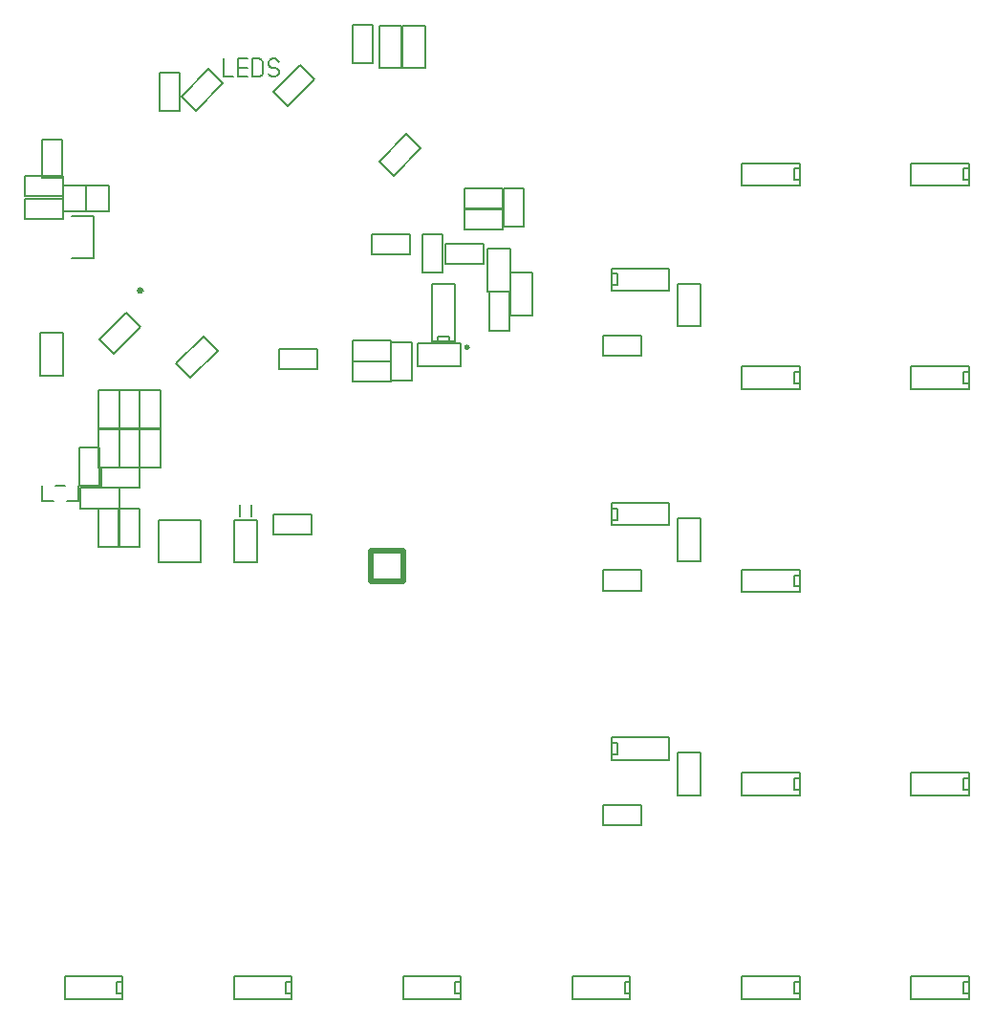
<source format=gbr>
%FSLAX34Y34*%
%MOMM*%
%LNSILK_TOP*%
G71*
G01*
%ADD10C, 0.150*%
%ADD11C, 0.100*%
%ADD12C, 0.200*%
%ADD13C, 0.000*%
%ADD14C, 0.500*%
%LPD*%
G54D10*
X76688Y816984D02*
X96688Y816984D01*
X96688Y778984D01*
X76688Y778984D01*
G54D11*
G75*
G01X139994Y750656D02*
G03X139994Y750656I-2500J0D01*
G01*
G36*
G75*
G01X139994Y750656D02*
G03X139994Y750656I-2500J0D01*
G01*
G37*
X139994Y750656D01*
G54D10*
X342325Y782750D02*
X342325Y800750D01*
X376325Y800750D01*
X376325Y782750D01*
X342325Y782750D01*
G54D10*
X458941Y822909D02*
X458941Y804909D01*
X424941Y804909D01*
X424941Y822909D01*
X458941Y822909D01*
G54D10*
X458941Y841165D02*
X458941Y823165D01*
X424941Y823165D01*
X424941Y841165D01*
X458941Y841165D01*
G54D10*
X373316Y889112D02*
X386044Y876384D01*
X362002Y852343D01*
X349274Y865070D01*
X373316Y889112D01*
G54D10*
X260635Y681084D02*
X260635Y699084D01*
X294635Y699084D01*
X294635Y681084D01*
X260635Y681084D01*
G54D10*
X396444Y705284D02*
X416444Y705284D01*
X416443Y756384D01*
X396444Y756384D01*
X396444Y705284D01*
G54D10*
X401444Y705284D02*
X411444Y705284D01*
X411444Y710284D01*
X401444Y710284D01*
X401444Y705284D01*
G54D12*
X211308Y955957D02*
X211308Y939957D01*
X219708Y939957D01*
G54D12*
X232508Y939957D02*
X224108Y939957D01*
X224108Y955957D01*
X232508Y955957D01*
G54D12*
X224108Y947957D02*
X232508Y947957D01*
G54D12*
X236908Y939957D02*
X236908Y955957D01*
X242908Y955957D01*
X245308Y954957D01*
X246508Y952957D01*
X246508Y942957D01*
X245308Y940957D01*
X242908Y939957D01*
X236908Y939957D01*
G54D12*
X250908Y942957D02*
X252108Y940957D01*
X254508Y939957D01*
X256908Y939957D01*
X259308Y940957D01*
X260508Y942957D01*
X260508Y944957D01*
X259308Y946957D01*
X256908Y947957D01*
X254508Y947957D01*
X252108Y948957D01*
X250908Y950957D01*
X250908Y952957D01*
X252108Y954957D01*
X254508Y955957D01*
X256908Y955957D01*
X259308Y954957D01*
X260508Y952957D01*
G54D10*
X154898Y943395D02*
X172898Y943395D01*
X172898Y909395D01*
X154898Y909395D01*
X154898Y943395D01*
G54D10*
X279252Y950337D02*
X291980Y937609D01*
X267938Y913567D01*
X255210Y926295D01*
X279252Y950337D01*
G54D10*
X198288Y946765D02*
X211016Y934037D01*
X186975Y909996D01*
X174247Y922724D01*
X198288Y946765D01*
G54D10*
X169491Y686080D02*
X182218Y673352D01*
X206260Y697394D01*
X193532Y710122D01*
X169491Y686080D01*
G54D10*
X50568Y577560D02*
X50568Y564560D01*
X60568Y564560D01*
G54D10*
X70568Y577560D02*
X62568Y577560D01*
G54D10*
X441724Y792183D02*
X441724Y774183D01*
X407724Y774183D01*
X407724Y792183D01*
X441724Y792183D01*
G54D10*
X360006Y706182D02*
X360006Y688182D01*
X326006Y688182D01*
X326006Y706182D01*
X360006Y706182D01*
G54D10*
X464912Y715290D02*
X446912Y715290D01*
X446912Y749290D01*
X464912Y749290D01*
X464912Y715290D01*
G54D10*
X445148Y787682D02*
X465148Y787682D01*
X465148Y749682D01*
X445148Y749682D01*
X445148Y787682D01*
G54D10*
X421474Y703721D02*
X421474Y683721D01*
X383474Y683721D01*
X383474Y703721D01*
X421474Y703721D01*
G54D10*
X465355Y766185D02*
X485355Y766185D01*
X485355Y728185D01*
X465355Y728185D01*
X465355Y766185D01*
G54D10*
X360006Y687926D02*
X360006Y669926D01*
X326006Y669926D01*
X326006Y687926D01*
X360006Y687926D01*
G54D10*
X477465Y840897D02*
X459466Y840896D01*
X459465Y806897D01*
X477466Y806896D01*
X477465Y840897D01*
G54D10*
X289362Y552354D02*
X289362Y534354D01*
X255362Y534354D01*
X255362Y552354D01*
X289362Y552354D01*
G54D10*
X325451Y985692D02*
X343451Y985692D01*
X343451Y951693D01*
X325451Y951692D01*
X325451Y985692D01*
G54D10*
X137988Y718699D02*
X125261Y731427D01*
X101220Y707386D01*
X113947Y694658D01*
X137988Y718699D01*
G54D10*
X83452Y577526D02*
X101452Y577526D01*
X101452Y611526D01*
X83452Y611526D01*
X83452Y577526D01*
G54D10*
X82574Y577554D02*
X82574Y564554D01*
X72574Y564554D01*
G54D10*
X35063Y813916D02*
X35063Y831916D01*
X69063Y831916D01*
X69063Y813916D01*
X35063Y813916D01*
G54D10*
X721728Y123477D02*
X721728Y143478D01*
X670628Y143477D01*
X670627Y123477D01*
X721728Y123477D01*
G54D10*
X721728Y128477D02*
X721728Y138477D01*
X716728Y138478D01*
X716728Y128477D01*
X721728Y128477D01*
G54D10*
X271728Y123477D02*
X271728Y143478D01*
X220628Y143477D01*
X220627Y123477D01*
X271728Y123477D01*
G54D10*
X271728Y128477D02*
X271728Y138477D01*
X266728Y138478D01*
X266728Y128477D01*
X271728Y128477D01*
G54D10*
X421728Y123477D02*
X421728Y143478D01*
X370628Y143477D01*
X370627Y123477D01*
X421728Y123477D01*
G54D10*
X421728Y128477D02*
X421728Y138477D01*
X416728Y138478D01*
X416728Y128477D01*
X421728Y128477D01*
G54D10*
X871727Y123477D02*
X871727Y143478D01*
X820628Y143477D01*
X820628Y123477D01*
X871727Y123477D01*
G54D10*
X871727Y128477D02*
X871727Y138477D01*
X866727Y138478D01*
X866727Y128477D01*
X871727Y128477D01*
G54D10*
X571728Y123477D02*
X571728Y143478D01*
X520628Y143477D01*
X520627Y123477D01*
X571728Y123477D01*
G54D10*
X571728Y128477D02*
X571728Y138477D01*
X566728Y138478D01*
X566728Y128477D01*
X571728Y128477D01*
G54D10*
X121728Y123477D02*
X121728Y143478D01*
X70628Y143477D01*
X70627Y123477D01*
X121728Y123477D01*
G54D10*
X121728Y128477D02*
X121728Y138477D01*
X116728Y138478D01*
X116728Y128477D01*
X121728Y128477D01*
G54D10*
X871728Y303477D02*
X871728Y323478D01*
X820628Y323477D01*
X820627Y303477D01*
X871728Y303477D01*
G54D10*
X871728Y308477D02*
X871728Y318477D01*
X866728Y318478D01*
X866728Y308477D01*
X871728Y308477D01*
G54D10*
X721728Y303477D02*
X721728Y323478D01*
X670628Y323477D01*
X670627Y303477D01*
X721728Y303477D01*
G54D10*
X721728Y308477D02*
X721728Y318477D01*
X716728Y318478D01*
X716728Y308477D01*
X721728Y308477D01*
G54D10*
X721728Y483477D02*
X721727Y503478D01*
X670627Y503478D01*
X670627Y483478D01*
X721728Y483477D01*
G54D10*
X721727Y488478D02*
X721727Y498478D01*
X716727Y498478D01*
X716728Y488478D01*
X721727Y488478D01*
G54D10*
X871728Y663477D02*
X871728Y683478D01*
X820628Y683477D01*
X820627Y663477D01*
X871728Y663477D01*
G54D10*
X871728Y668477D02*
X871728Y678477D01*
X866728Y678478D01*
X866728Y668477D01*
X871728Y668477D01*
G54D10*
X721728Y663477D02*
X721728Y683478D01*
X670628Y683477D01*
X670627Y663477D01*
X721728Y663477D01*
G54D10*
X721728Y668477D02*
X721728Y678477D01*
X716728Y678478D01*
X716728Y668477D01*
X721728Y668477D01*
G54D10*
X555287Y355054D02*
X555287Y335054D01*
X606387Y335054D01*
X606387Y355054D01*
X555287Y355054D01*
G54D10*
X555287Y350054D02*
X555287Y340054D01*
X560287Y340054D01*
X560287Y350054D01*
X555287Y350054D01*
G54D10*
X547384Y277288D02*
X547384Y295288D01*
X581384Y295288D01*
X581384Y277288D01*
X547384Y277288D01*
G54D10*
X871728Y843477D02*
X871728Y863478D01*
X820628Y863477D01*
X820627Y843477D01*
X871728Y843477D01*
G54D10*
X871728Y848477D02*
X871728Y858477D01*
X866728Y858478D01*
X866728Y848477D01*
X871728Y848477D01*
G54D10*
X721728Y843477D02*
X721728Y863478D01*
X670628Y863477D01*
X670628Y843477D01*
X721728Y843477D01*
G54D10*
X721728Y848477D02*
X721728Y858477D01*
X716728Y858478D01*
X716728Y848477D01*
X721728Y848477D01*
G54D10*
X378042Y670657D02*
X360042Y670657D01*
X360042Y704657D01*
X378042Y704657D01*
X378042Y670657D01*
G54D10*
X405711Y766746D02*
X387711Y766746D01*
X387711Y800746D01*
X405711Y800746D01*
X405711Y766746D01*
G54D10*
X349135Y985374D02*
X369135Y985374D01*
X369135Y947374D01*
X349135Y947374D01*
X349135Y985374D01*
G54D10*
X369772Y985374D02*
X389772Y985374D01*
X389772Y947374D01*
X369772Y947374D01*
X369772Y985374D01*
G54D10*
X48919Y713590D02*
X68919Y713590D01*
X68919Y675590D01*
X48919Y675590D01*
X48919Y713590D01*
G54D13*
G75*
G01X429025Y700468D02*
G03X429025Y700468I-2000J0D01*
G01*
G36*
G75*
G01X429025Y700468D02*
G03X429025Y700468I-2000J0D01*
G01*
G37*
X429025Y700468D01*
G54D10*
X613724Y341574D02*
X633724Y341574D01*
X633724Y303574D01*
X613724Y303574D01*
X613724Y341574D01*
G54D10*
X555287Y562699D02*
X555287Y542699D01*
X606387Y542699D01*
X606387Y562699D01*
X555287Y562699D01*
G54D10*
X555287Y557699D02*
X555287Y547699D01*
X560287Y547699D01*
X560287Y557699D01*
X555287Y557699D01*
G54D10*
X547384Y484932D02*
X547384Y502932D01*
X581384Y502932D01*
X581384Y484932D01*
X547384Y484932D01*
G54D10*
X613724Y549219D02*
X633724Y549219D01*
X633724Y511219D01*
X613724Y511219D01*
X613724Y549219D01*
G54D10*
X555287Y770344D02*
X555287Y750344D01*
X606387Y750344D01*
X606387Y770344D01*
X555287Y770344D01*
G54D10*
X555287Y765344D02*
X555287Y755344D01*
X560287Y755344D01*
X560287Y765344D01*
X555287Y765344D01*
G54D10*
X547384Y692578D02*
X547384Y710578D01*
X581384Y710578D01*
X581384Y692578D01*
X547384Y692578D01*
G54D10*
X613724Y756864D02*
X633724Y756864D01*
X633724Y718864D01*
X613724Y718864D01*
X613724Y756864D01*
G54D12*
X220800Y547380D02*
X220800Y509880D01*
X240800Y509880D01*
X240800Y547380D01*
X220800Y547380D01*
G54D12*
X225800Y550554D02*
X225800Y560554D01*
G54D12*
X235800Y550554D02*
X235800Y560554D01*
G54D12*
X153579Y547274D02*
X191282Y547274D01*
X191282Y509968D01*
X153579Y509968D01*
X153579Y547274D01*
G54D14*
X341698Y492902D02*
X371066Y492902D01*
X371066Y520287D01*
X341698Y520287D01*
X341698Y492902D01*
G54D12*
X89493Y821118D02*
X109526Y821118D01*
X109526Y843740D01*
X89493Y843740D01*
X89493Y821118D01*
G54D12*
X69064Y821118D02*
X89493Y821118D01*
X89493Y843740D01*
X69064Y843740D01*
X69064Y821118D01*
G54D10*
X35063Y834236D02*
X35063Y852236D01*
X69063Y852236D01*
X69063Y834236D01*
X35063Y834236D01*
G54D10*
X50206Y884446D02*
X68206Y884446D01*
X68206Y850446D01*
X50206Y850446D01*
X50206Y884446D01*
G54D10*
X155204Y662302D02*
X137204Y662303D01*
X137204Y628303D01*
X155204Y628302D01*
X155204Y662302D01*
G54D10*
X137344Y662302D02*
X119344Y662303D01*
X119344Y628303D01*
X137344Y628302D01*
X137344Y662302D01*
G54D10*
X155204Y628171D02*
X137204Y628171D01*
X137204Y594171D01*
X155204Y594171D01*
X155204Y628171D01*
G54D10*
X137344Y628171D02*
X119344Y628171D01*
X119344Y594171D01*
X137344Y594171D01*
X137344Y628171D01*
G54D10*
X118624Y557429D02*
X100624Y557429D01*
X100624Y523430D01*
X118624Y523429D01*
X118624Y557429D01*
G54D10*
X137009Y557360D02*
X119010Y557360D01*
X119010Y523360D01*
X137009Y523360D01*
X137009Y557360D01*
G54D10*
X118900Y662281D02*
X100900Y662282D01*
X100900Y628282D01*
X118900Y628281D01*
X118900Y662281D01*
G54D10*
X118897Y627980D02*
X100897Y627980D01*
X100897Y593980D01*
X118897Y593980D01*
X118897Y627980D01*
G54D10*
X118854Y557883D02*
X118854Y575883D01*
X84854Y575882D01*
X84854Y557882D01*
X118854Y557883D01*
G54D10*
X137010Y575739D02*
X137010Y593739D01*
X103010Y593739D01*
X103010Y575739D01*
X137010Y575739D01*
M02*

</source>
